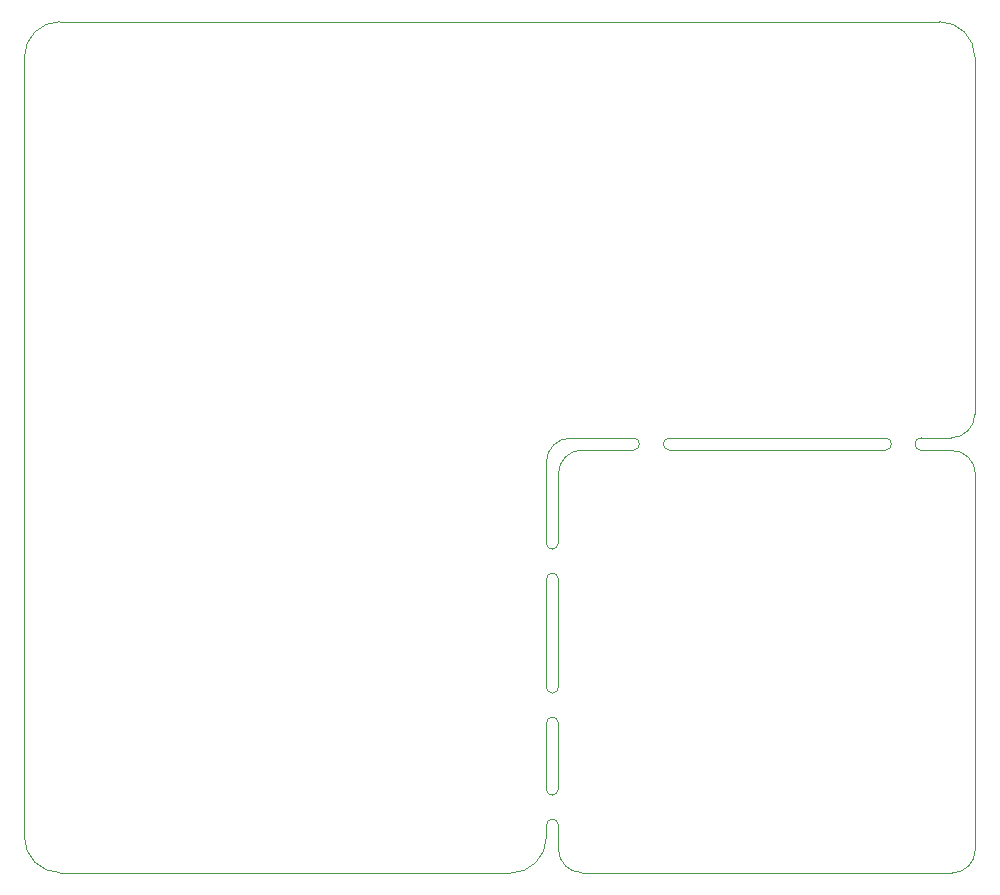
<source format=gbr>
%TF.GenerationSoftware,KiCad,Pcbnew,7.0.10*%
%TF.CreationDate,2024-02-07T09:44:58+01:00*%
%TF.ProjectId,NanoFridgeThermistat-board,4e616e6f-4672-4696-9467-65546865726d,rev?*%
%TF.SameCoordinates,Original*%
%TF.FileFunction,Profile,NP*%
%FSLAX46Y46*%
G04 Gerber Fmt 4.6, Leading zero omitted, Abs format (unit mm)*
G04 Created by KiCad (PCBNEW 7.0.10) date 2024-02-07 09:44:58*
%MOMM*%
%LPD*%
G01*
G04 APERTURE LIST*
%TA.AperFunction,Profile*%
%ADD10C,0.100000*%
%TD*%
G04 APERTURE END LIST*
D10*
X125222000Y-127254000D02*
G75*
G03*
X124206000Y-127254000I-508000J0D01*
G01*
X124206000Y-115578000D02*
G75*
G03*
X124706000Y-116078000I500000J0D01*
G01*
X155956000Y-94455752D02*
X158480000Y-94456000D01*
X121158000Y-131318040D02*
G75*
G03*
X124205998Y-128286000I0J3048040D01*
G01*
X127222000Y-95504000D02*
X131572000Y-95504000D01*
X80010000Y-128270000D02*
X80010000Y-62230000D01*
X124706000Y-118110000D02*
G75*
G03*
X124206000Y-118610000I0J-500000D01*
G01*
X134620000Y-95504000D02*
X152908000Y-95504000D01*
X83010001Y-131270000D02*
X121158000Y-131318041D01*
X126238000Y-94487749D02*
X131572000Y-94485953D01*
X124706000Y-118110000D02*
X124722000Y-118110000D01*
X124206000Y-128286000D02*
X124206000Y-127254000D01*
X131572000Y-95504000D02*
G75*
G03*
X131572000Y-94488000I0J508000D01*
G01*
X124206000Y-124206000D02*
X124206000Y-118610000D01*
X83010000Y-59230000D02*
G75*
G03*
X80010000Y-62230000I0J-3000000D01*
G01*
X125222000Y-106426000D02*
G75*
G03*
X124206000Y-106426000I-508000J0D01*
G01*
X155956000Y-95536248D02*
X158496508Y-95536248D01*
X125222000Y-103378000D02*
X125222000Y-97504000D01*
X134620000Y-94488000D02*
X152908000Y-94488000D01*
X125222000Y-118610000D02*
G75*
G03*
X124722000Y-118110000I-500000J0D01*
G01*
X124206000Y-103378000D02*
G75*
G03*
X125222000Y-103378000I508000J0D01*
G01*
X152908000Y-95504000D02*
G75*
G03*
X152908000Y-94488000I0J508000D01*
G01*
X160480000Y-92456000D02*
X160480000Y-62230000D01*
X127222000Y-95504000D02*
G75*
G03*
X125222000Y-97504000I0J-2000000D01*
G01*
X160480000Y-62230000D02*
G75*
G03*
X157480000Y-59230000I-3000000J0D01*
G01*
X125222000Y-118610000D02*
X125222000Y-124206000D01*
X126238000Y-94487750D02*
G75*
G03*
X124206002Y-96488000I0J-2032250D01*
G01*
X124722000Y-116078000D02*
G75*
G03*
X125222000Y-115578000I0J500000D01*
G01*
X125222000Y-129286000D02*
G75*
G03*
X127222000Y-131286000I2000000J0D01*
G01*
X158528000Y-131318000D02*
G75*
G03*
X160528000Y-129318000I0J2000000D01*
G01*
X124206000Y-124206000D02*
G75*
G03*
X125222000Y-124206000I508000J0D01*
G01*
X160528000Y-97536000D02*
X160528000Y-129318000D01*
X80010000Y-128270000D02*
G75*
G03*
X83010001Y-131270000I3000000J0D01*
G01*
X158528000Y-131318000D02*
X127222000Y-131286000D01*
X134620000Y-94488000D02*
G75*
G03*
X134620000Y-95504000I0J-508000D01*
G01*
X160527999Y-97536000D02*
G75*
G03*
X158496508Y-95536249I-1999999J0D01*
G01*
X124206000Y-103378000D02*
X124206000Y-96488000D01*
X125222000Y-115578000D02*
X125222000Y-106426000D01*
X83010000Y-59230000D02*
X157480000Y-59230000D01*
X158480000Y-94456000D02*
G75*
G03*
X160480000Y-92456000I0J2000000D01*
G01*
X124706000Y-116078000D02*
X124722000Y-116078000D01*
X155956000Y-94455752D02*
G75*
G03*
X155956000Y-95536248I0J-540248D01*
G01*
X125222000Y-129286000D02*
X125222000Y-127254000D01*
X124206000Y-106426000D02*
X124206000Y-115578000D01*
M02*

</source>
